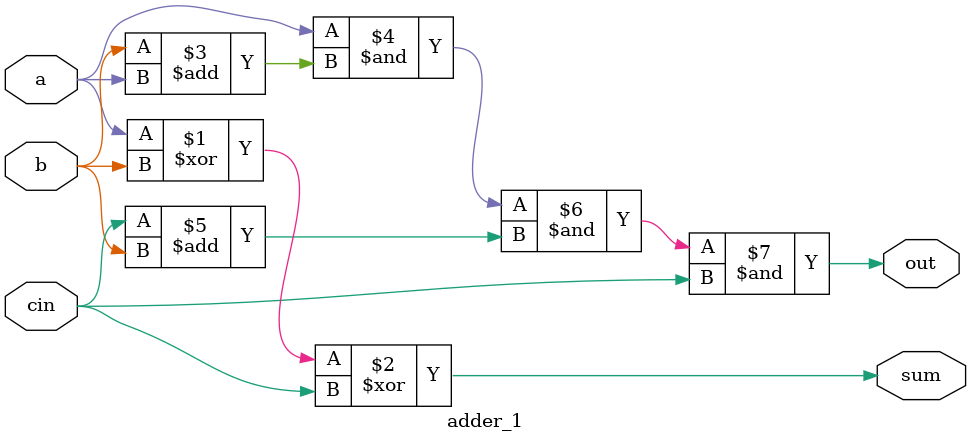
<source format=v>
module adder_1(a,b,cin,sum,out);

input a,b,cin;
output sum,out;

assign sum = a^b^cin;
assign out = a&b+a&cin+b&cin;

endmodule


</source>
